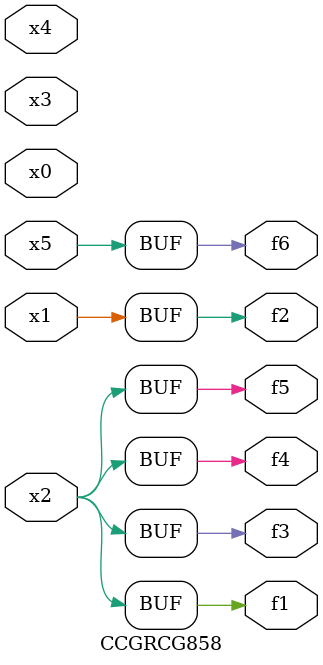
<source format=v>
module CCGRCG858(
	input x0, x1, x2, x3, x4, x5,
	output f1, f2, f3, f4, f5, f6
);
	assign f1 = x2;
	assign f2 = x1;
	assign f3 = x2;
	assign f4 = x2;
	assign f5 = x2;
	assign f6 = x5;
endmodule

</source>
